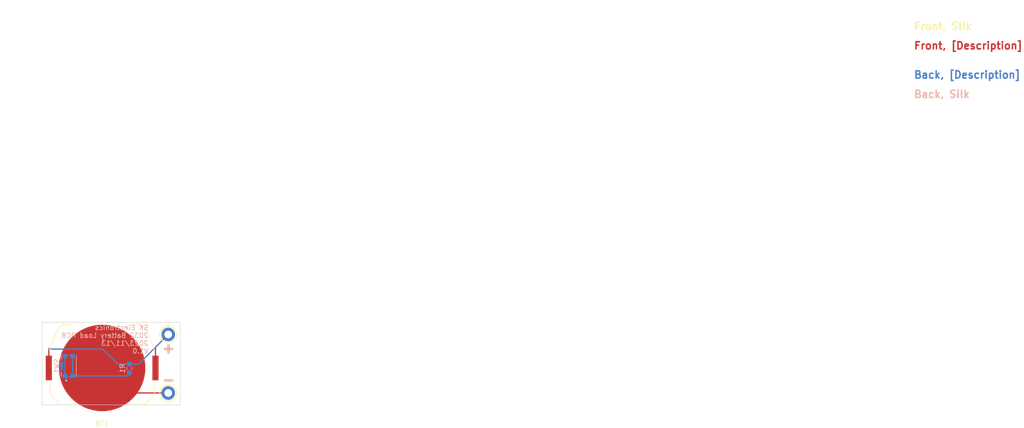
<source format=kicad_pcb>
(kicad_pcb (version 20221018) (generator pcbnew)
  (title_block (title "CR2032_battery_load_tester") (rev "0.0") (company "SK Electronics Consuling LLC") (comment 1 "Client: __________"))
  (layers (0 "F.Cu" signal) (31 "B.Cu" signal) (34 "B.Paste" user) (35 "F.Paste" user) (36 "B.SilkS" user "B.Silkscreen") (37 "F.SilkS" user "F.Silkscreen") (38 "B.Mask" user) (39 "F.Mask" user) (44 "Edge.Cuts" user))
  (net 0 "")
  (net 1 "+BATT")
  (net 2 "GND")
  (net 3 "Net-(R1-Pad2)")
  (footprint "Battery:BatteryHolder_Keystone_3034_1x20mm" (layer "F.Cu") (at 62.385 142.4 180)
    (fp_text reference "BT1" (at 0 -11.5) (layer "F.SilkS"))
    (fp_text value "Battery_Cell")
    (fp_line (start -10.78 -5.46) (end -10.78 -3) (stroke (width 0.12)) (layer "F.SilkS"))
    (fp_line (start -10.78 3) (end -10.78 3.63) (stroke (width 0.12)) (layer "F.SilkS"))
    (fp_line (start -10.78 3.63) (end -9.34 7.58) (stroke (width 0.12)) (layer "F.SilkS"))
    (fp_line (start -8.7 -7.54) (end -10.78 -5.46) (stroke (width 0.12)) (layer "F.SilkS"))
    (fp_line (start -5.2 -7.54) (end -8.7 -7.54) (stroke (width 0.12)) (layer "F.SilkS"))
    (fp_line (start 8.7 -7.54) (end 5.2 -7.54) (stroke (width 0.12)) (layer "F.SilkS"))
    (fp_line (start 8.7 -7.54) (end 10.78 -5.46) (stroke (width 0.12)) (layer "F.SilkS"))
    (fp_line (start 10.78 -5.46) (end 10.78 -3) (stroke (width 0.12)) (layer "F.SilkS"))
    (fp_line (start 10.78 3) (end 10.78 3.63) (stroke (width 0.12)) (layer "F.SilkS"))
    (fp_line (start 10.78 3.63) (end 9.34 7.58) (stroke (width 0.12)) (layer "F.SilkS"))
    (fp_arc (start -6.003354 8.56653) (mid -7.921654 8.918738) (end -9.34 7.58) (stroke (width 0.12)) (layer "F.SilkS"))
    (fp_arc (start 9.325243 7.588169) (mid 7.90634 8.911668) (end 6 8.55) (stroke (width 0.12)) (layer "F.SilkS"))
    (pad "1" smd rect (at -10.985 0 180) (size 1.27 5.08) (layers "F.Cu" "F.Paste" "F.Mask") (net 1 "+BATT"))
    (pad "1" smd rect (at 10.985 0 180) (size 1.27 5.08) (layers "F.Cu" "F.Paste" "F.Mask") (net 1 "+BATT"))
    (pad "2" smd circle (at 0 0 180) (size 17.8 17.8) (layers "F.Cu" "F.Mask") (net 2 "GND"))
  )
  (footprint "TestPoint:TestPoint_Keystone_5010-5014_Multipurpose" (layer "F.Cu") (at 76 147.55)
    (fp_text reference "TP2" hide)
    (fp_text value "TestPoint")
    (fp_circle (center 0 0) (end 1.75 0) (stroke (width 0.15)) (fill none) (layer "F.SilkS"))
    (pad "1" thru_hole circle (at 0 0) (size 2.8 2.8) (drill 1.6) (layers "*.Cu" "*.Mask") (net 2 "GND"))
  )
  (footprint "TestPoint:TestPoint_Keystone_5010-5014_Multipurpose" (layer "F.Cu") (at 76 135.5)
    (fp_text reference "TP1" hide)
    (fp_text value "TestPoint")
    (fp_circle (center 0 0) (end 1.75 0) (stroke (width 0.15)) (fill none) (layer "F.SilkS"))
    (pad "1" thru_hole circle (at 0 0) (size 2.8 2.8) (drill 1.6) (layers "*.Cu" "*.Mask") (net 1 "+BATT"))
  )
  (footprint "Button_Switch_SMD:SW_Push_1P1T-SH_NO_CK_KMR2xxG" (layer "B.Cu") (at 55.5 142 -90)
    (fp_text reference "SW1" (at 0 2.45 90) (layer "B.SilkS") (effects (justify mirror)))
    (fp_text value "SW_Push")
    (fp_line (start -2.2 -1.55) (end 2.2 -1.55) (stroke (width 0.12)) (layer "B.SilkS"))
    (fp_line (start -2.2 -0.05) (end -2.2 0.05) (stroke (width 0.12)) (layer "B.SilkS"))
    (fp_line (start -1.15 1.55) (end -2.2 1.55) (stroke (width 0.12)) (layer "B.SilkS"))
    (fp_line (start 2.2 -0.05) (end 2.2 0.05) (stroke (width 0.12)) (layer "B.SilkS"))
    (fp_line (start 2.2 1.55) (end 1.15 1.55) (stroke (width 0.12)) (layer "B.SilkS"))
    (pad "1" smd rect (at -2.05 0.8 270) (size 0.9 1) (layers "B.Cu" "B.Paste" "B.Mask") (net 2 "GND"))
    (pad "1" smd rect (at 2.05 0.8 270) (size 0.9 1) (layers "B.Cu" "B.Paste" "B.Mask") (net 2 "GND"))
    (pad "2" smd rect (at -2.05 -0.8 270) (size 0.9 1) (layers "B.Cu" "B.Paste" "B.Mask") (net 3 "Net-(R1-Pad2)"))
    (pad "2" smd rect (at 2.05 -0.8 270) (size 0.9 1) (layers "B.Cu" "B.Paste" "B.Mask") (net 3 "Net-(R1-Pad2)"))
    (pad "SH" smd rect (at 0 1.425 270) (size 1.7 0.55) (layers "B.Cu" "B.Paste" "B.Mask"))
  )
  (footprint "Resistor_SMD:R_0603_1608Metric_Pad0.98x0.95mm_HandSolder" (layer "B.Cu") (at 68 142.5 -90)
    (fp_text reference "R1" (at 0 1.43 90) (layer "B.SilkS") (effects (justify mirror)))
    (fp_text value "100")
    (fp_line (start -0.254724 -0.5225) (end 0.254724 -0.5225) (stroke (width 0.12)) (layer "B.SilkS"))
    (fp_line (start -0.254724 0.5225) (end 0.254724 0.5225) (stroke (width 0.12)) (layer "B.SilkS"))
    (pad "1" smd roundrect (at -0.9125 0 270) (size 0.975 0.95) (layers "B.Cu" "B.Paste" "B.Mask") (net 1 "+BATT"))
    (pad "2" smd roundrect (at 0.9125 0 270) (size 0.975 0.95) (layers "B.Cu" "B.Paste" "B.Mask") (net 3 "Net-(R1-Pad2)"))
  )
  (gr_rect (start 50 133) (end 78.5 150) (stroke (width 0.1)) (fill none) (layer "Edge.Cuts"))
  (gr_text "Front, [Description]" (at 229.5 76) (layer "F.Cu") (effects (font (size 1.5 1.5) (thickness 0.3)) (justify left)))
  (gr_text "Back, [Description]" (at 229.5 82) (layer "B.Cu") (effects (font (size 1.5 1.5) (thickness 0.3)) (justify left)))
  (gr_text "SK Electronics\n2032 Battery Load PCB\n2023/11/13\nV1.0" (at 72 139.5) (layer "B.SilkS") (effects (font (size 1 1)) (justify left bottom mirror)))
  (gr_text "Back, Silk" (at 229.5 86) (layer "B.SilkS") (effects (font (size 1.5 1.5) (thickness 0.3)) (justify left)))
  (gr_text "-" (at 74.5 146) (layer "B.SilkS") (effects (font (size 2 2) (thickness 0.5) bold) (justify left bottom)))
  (gr_text "+" (at 74.5 139.5) (layer "B.SilkS") (effects (font (size 2 2) (thickness 0.5) bold) (justify left bottom)))
  (gr_text "+" (at 74.5 139.5) (layer "F.SilkS") (effects (font (size 2 2) (thickness 0.5) bold) (justify left bottom)))
  (gr_text "-" (at 74.5 146) (layer "F.SilkS") (effects (font (size 2 2) (thickness 0.5) bold) (justify left bottom)))
  (gr_text "Front, Silk" (at 229.5 72) (layer "F.SilkS") (effects (font (size 1.5 1.5) (thickness 0.3)) (justify left)))
  (segment (start 51.5 138.5) (end 51.4 138.6) (width 0.25) (layer "F.Cu") (net 1))
  (segment (start 51.4 138.6) (end 51.4 142.4) (width 0.25) (layer "F.Cu") (net 1))
  (segment (start 73.37 138.13) (end 76 135.5) (width 0.25) (layer "F.Cu") (net 1))
  (segment (start 73.37 142.4) (end 73.37 138.13) (width 0.25) (layer "F.Cu") (net 1))
  (via (at 51.5 138.5) (size 0.504) (drill 0.25) (layers "F.Cu" "B.Cu") (net 1))
  (segment (start 56.5 138.5) (end 51.5 138.5) (width 0.25) (layer "B.Cu") (net 1))
  (segment (start 62.5 138.5) (end 56.5 138.5) (width 0.25) (layer "B.Cu") (net 1))
  (segment (start 68 141.5875) (end 69.9125 141.5875) (width 0.25) (layer "B.Cu") (net 1))
  (segment (start 68 141.5875) (end 65.5875 141.5875) (width 0.25) (layer "B.Cu") (net 1))
  (segment (start 63.5 139.5) (end 62.5 138.5) (width 0.25) (layer "B.Cu") (net 1))
  (segment (start 69.9125 141.5875) (end 76 135.5) (width 0.25) (layer "B.Cu") (net 1))
  (segment (start 65.5875 141.5875) (end 63.5 139.5) (width 0.25) (layer "B.Cu") (net 1))
  (segment (start 62.385 142.4) (end 59.785 145) (width 0.25) (layer "F.Cu") (net 2))
  (segment (start 67.535 147.55) (end 62.385 142.4) (width 0.25) (layer "F.Cu") (net 2))
  (segment (start 76 147.55) (end 67.535 147.55) (width 0.25) (layer "F.Cu") (net 2))
  (segment (start 59.785 145) (end 55 145) (width 0.25) (layer "F.Cu") (net 2))
  (via (at 55 145) (size 0.504) (drill 0.25) (layers "F.Cu" "B.Cu") (net 2))
  (segment (start 55 144.35) (end 54.7 144.05) (width 0.25) (layer "B.Cu") (net 2))
  (segment (start 55 145) (end 55 144.35) (width 0.25) (layer "B.Cu") (net 2))
  (segment (start 54.7 139.95) (end 54.7 144.05) (width 0.25) (layer "B.Cu") (net 2))
  (segment (start 67.3625 144.05) (end 68 143.4125) (width 0.25) (layer "B.Cu") (net 3))
  (segment (start 56.3 144.05) (end 67.3625 144.05) (width 0.25) (layer "B.Cu") (net 3))
  (segment (start 56.3 144.05) (end 56.3 139.95) (width 0.25) (layer "B.Cu") (net 3))
)
</source>
